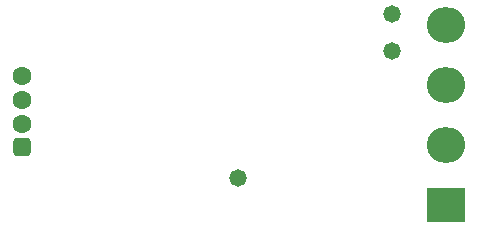
<source format=gbr>
G04*
G04 #@! TF.GenerationSoftware,Altium Limited,Altium Designer,23.0.1 (38)*
G04*
G04 Layer_Color=16711935*
%FSLAX25Y25*%
%MOIN*%
G70*
G04*
G04 #@! TF.SameCoordinates,C317ACD7-2F99-4A28-9CC3-B5CC64B43C24*
G04*
G04*
G04 #@! TF.FilePolarity,Negative*
G04*
G01*
G75*
%ADD33O,0.12800X0.11800*%
%ADD34R,0.12800X0.11800*%
%ADD35C,0.06312*%
G04:AMPARAMS|DCode=36|XSize=63.12mil|YSize=63.12mil|CornerRadius=17.78mil|HoleSize=0mil|Usage=FLASHONLY|Rotation=90.000|XOffset=0mil|YOffset=0mil|HoleType=Round|Shape=RoundedRectangle|*
%AMROUNDEDRECTD36*
21,1,0.06312,0.02756,0,0,90.0*
21,1,0.02756,0.06312,0,0,90.0*
1,1,0.03556,0.01378,0.01378*
1,1,0.03556,0.01378,-0.01378*
1,1,0.03556,-0.01378,-0.01378*
1,1,0.03556,-0.01378,0.01378*
%
%ADD36ROUNDEDRECTD36*%
%ADD37C,0.05800*%
D33*
X454506Y401494D02*
D03*
X454500Y421500D02*
D03*
X454467Y441533D02*
D03*
D34*
X454506Y381494D02*
D03*
D35*
X313000Y424311D02*
D03*
Y416437D02*
D03*
Y408563D02*
D03*
D36*
Y400689D02*
D03*
D37*
X436326Y432906D02*
D03*
X436500Y445000D02*
D03*
X385000Y390500D02*
D03*
M02*

</source>
